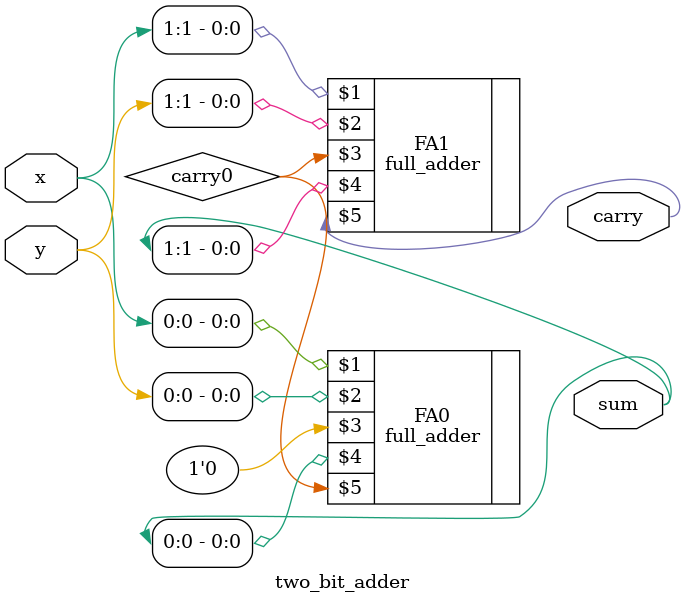
<source format=v>
`timescale 1ns / 1ps
module two_bit_adder(x, y, sum, carry);
	input [1:0] x;
	input [1:0] y;
	output [1:0] sum;
	wire [1:0] sum;
	output carry;
	wire carry;
	wire carry0;
	full_adder FA0 (x[0], y[0], 1'b0, sum[0], carry0);
	full_adder FA1 (x[1], y[1], carry0, sum[1], carry);

endmodule

</source>
